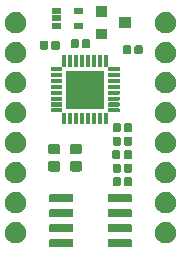
<source format=gbr>
%TF.GenerationSoftware,KiCad,Pcbnew,(5.1.6)-1*%
%TF.CreationDate,2020-10-27T18:31:36-05:00*%
%TF.ProjectId,ice30lp384_dev_board,69636533-306c-4703-9338-345f6465765f,rev?*%
%TF.SameCoordinates,Original*%
%TF.FileFunction,Soldermask,Top*%
%TF.FilePolarity,Negative*%
%FSLAX46Y46*%
G04 Gerber Fmt 4.6, Leading zero omitted, Abs format (unit mm)*
G04 Created by KiCad (PCBNEW (5.1.6)-1) date 2020-10-27 18:31:36*
%MOMM*%
%LPD*%
G01*
G04 APERTURE LIST*
%ADD10C,0.100000*%
G04 APERTURE END LIST*
D10*
G36*
X122379015Y-67216323D02*
G01*
X122407106Y-67224844D01*
X122432998Y-67238684D01*
X122455692Y-67257308D01*
X122474316Y-67280002D01*
X122488156Y-67305894D01*
X122496677Y-67333985D01*
X122499800Y-67365691D01*
X122499800Y-67762309D01*
X122496677Y-67794015D01*
X122488156Y-67822106D01*
X122474316Y-67847998D01*
X122455692Y-67870692D01*
X122432998Y-67889316D01*
X122407106Y-67903156D01*
X122379015Y-67911677D01*
X122347309Y-67914800D01*
X120600691Y-67914800D01*
X120568985Y-67911677D01*
X120540894Y-67903156D01*
X120515002Y-67889316D01*
X120492308Y-67870692D01*
X120473684Y-67847998D01*
X120459844Y-67822106D01*
X120451323Y-67794015D01*
X120448200Y-67762309D01*
X120448200Y-67365691D01*
X120451323Y-67333985D01*
X120459844Y-67305894D01*
X120473684Y-67280002D01*
X120492308Y-67257308D01*
X120515002Y-67238684D01*
X120540894Y-67224844D01*
X120568985Y-67216323D01*
X120600691Y-67213200D01*
X122347309Y-67213200D01*
X122379015Y-67216323D01*
G37*
G36*
X117429015Y-67216323D02*
G01*
X117457106Y-67224844D01*
X117482998Y-67238684D01*
X117505692Y-67257308D01*
X117524316Y-67280002D01*
X117538156Y-67305894D01*
X117546677Y-67333985D01*
X117549800Y-67365691D01*
X117549800Y-67762309D01*
X117546677Y-67794015D01*
X117538156Y-67822106D01*
X117524316Y-67847998D01*
X117505692Y-67870692D01*
X117482998Y-67889316D01*
X117457106Y-67903156D01*
X117429015Y-67911677D01*
X117397309Y-67914800D01*
X115650691Y-67914800D01*
X115618985Y-67911677D01*
X115590894Y-67903156D01*
X115565002Y-67889316D01*
X115542308Y-67870692D01*
X115523684Y-67847998D01*
X115509844Y-67822106D01*
X115501323Y-67794015D01*
X115498200Y-67762309D01*
X115498200Y-67365691D01*
X115501323Y-67333985D01*
X115509844Y-67305894D01*
X115523684Y-67280002D01*
X115542308Y-67257308D01*
X115565002Y-67238684D01*
X115590894Y-67224844D01*
X115618985Y-67216323D01*
X115650691Y-67213200D01*
X117397309Y-67213200D01*
X117429015Y-67216323D01*
G37*
G36*
X125611754Y-65808817D02*
G01*
X125775689Y-65876721D01*
X125923227Y-65975303D01*
X126048697Y-66100773D01*
X126147279Y-66248311D01*
X126215183Y-66412246D01*
X126249800Y-66586279D01*
X126249800Y-66763721D01*
X126215183Y-66937754D01*
X126147279Y-67101689D01*
X126048697Y-67249227D01*
X125923227Y-67374697D01*
X125775689Y-67473279D01*
X125611754Y-67541183D01*
X125437721Y-67575800D01*
X125260279Y-67575800D01*
X125086246Y-67541183D01*
X124922311Y-67473279D01*
X124774773Y-67374697D01*
X124649303Y-67249227D01*
X124550721Y-67101689D01*
X124482817Y-66937754D01*
X124448200Y-66763721D01*
X124448200Y-66586279D01*
X124482817Y-66412246D01*
X124550721Y-66248311D01*
X124649303Y-66100773D01*
X124774773Y-65975303D01*
X124922311Y-65876721D01*
X125086246Y-65808817D01*
X125260279Y-65774200D01*
X125437721Y-65774200D01*
X125611754Y-65808817D01*
G37*
G36*
X112911754Y-65808817D02*
G01*
X113075689Y-65876721D01*
X113223227Y-65975303D01*
X113348697Y-66100773D01*
X113447279Y-66248311D01*
X113515183Y-66412246D01*
X113549800Y-66586279D01*
X113549800Y-66763721D01*
X113515183Y-66937754D01*
X113447279Y-67101689D01*
X113348697Y-67249227D01*
X113223227Y-67374697D01*
X113075689Y-67473279D01*
X112911754Y-67541183D01*
X112737721Y-67575800D01*
X112560279Y-67575800D01*
X112386246Y-67541183D01*
X112222311Y-67473279D01*
X112074773Y-67374697D01*
X111949303Y-67249227D01*
X111850721Y-67101689D01*
X111782817Y-66937754D01*
X111748200Y-66763721D01*
X111748200Y-66586279D01*
X111782817Y-66412246D01*
X111850721Y-66248311D01*
X111949303Y-66100773D01*
X112074773Y-65975303D01*
X112222311Y-65876721D01*
X112386246Y-65808817D01*
X112560279Y-65774200D01*
X112737721Y-65774200D01*
X112911754Y-65808817D01*
G37*
G36*
X122379015Y-65946323D02*
G01*
X122407106Y-65954844D01*
X122432998Y-65968684D01*
X122455692Y-65987308D01*
X122474316Y-66010002D01*
X122488156Y-66035894D01*
X122496677Y-66063985D01*
X122499800Y-66095691D01*
X122499800Y-66492309D01*
X122496677Y-66524015D01*
X122488156Y-66552106D01*
X122474316Y-66577998D01*
X122455692Y-66600692D01*
X122432998Y-66619316D01*
X122407106Y-66633156D01*
X122379015Y-66641677D01*
X122347309Y-66644800D01*
X120600691Y-66644800D01*
X120568985Y-66641677D01*
X120540894Y-66633156D01*
X120515002Y-66619316D01*
X120492308Y-66600692D01*
X120473684Y-66577998D01*
X120459844Y-66552106D01*
X120451323Y-66524015D01*
X120448200Y-66492309D01*
X120448200Y-66095691D01*
X120451323Y-66063985D01*
X120459844Y-66035894D01*
X120473684Y-66010002D01*
X120492308Y-65987308D01*
X120515002Y-65968684D01*
X120540894Y-65954844D01*
X120568985Y-65946323D01*
X120600691Y-65943200D01*
X122347309Y-65943200D01*
X122379015Y-65946323D01*
G37*
G36*
X117429015Y-65946323D02*
G01*
X117457106Y-65954844D01*
X117482998Y-65968684D01*
X117505692Y-65987308D01*
X117524316Y-66010002D01*
X117538156Y-66035894D01*
X117546677Y-66063985D01*
X117549800Y-66095691D01*
X117549800Y-66492309D01*
X117546677Y-66524015D01*
X117538156Y-66552106D01*
X117524316Y-66577998D01*
X117505692Y-66600692D01*
X117482998Y-66619316D01*
X117457106Y-66633156D01*
X117429015Y-66641677D01*
X117397309Y-66644800D01*
X115650691Y-66644800D01*
X115618985Y-66641677D01*
X115590894Y-66633156D01*
X115565002Y-66619316D01*
X115542308Y-66600692D01*
X115523684Y-66577998D01*
X115509844Y-66552106D01*
X115501323Y-66524015D01*
X115498200Y-66492309D01*
X115498200Y-66095691D01*
X115501323Y-66063985D01*
X115509844Y-66035894D01*
X115523684Y-66010002D01*
X115542308Y-65987308D01*
X115565002Y-65968684D01*
X115590894Y-65954844D01*
X115618985Y-65946323D01*
X115650691Y-65943200D01*
X117397309Y-65943200D01*
X117429015Y-65946323D01*
G37*
G36*
X122379015Y-64676323D02*
G01*
X122407106Y-64684844D01*
X122432998Y-64698684D01*
X122455692Y-64717308D01*
X122474316Y-64740002D01*
X122488156Y-64765894D01*
X122496677Y-64793985D01*
X122499800Y-64825691D01*
X122499800Y-65222309D01*
X122496677Y-65254015D01*
X122488156Y-65282106D01*
X122474316Y-65307998D01*
X122455692Y-65330692D01*
X122432998Y-65349316D01*
X122407106Y-65363156D01*
X122379015Y-65371677D01*
X122347309Y-65374800D01*
X120600691Y-65374800D01*
X120568985Y-65371677D01*
X120540894Y-65363156D01*
X120515002Y-65349316D01*
X120492308Y-65330692D01*
X120473684Y-65307998D01*
X120459844Y-65282106D01*
X120451323Y-65254015D01*
X120448200Y-65222309D01*
X120448200Y-64825691D01*
X120451323Y-64793985D01*
X120459844Y-64765894D01*
X120473684Y-64740002D01*
X120492308Y-64717308D01*
X120515002Y-64698684D01*
X120540894Y-64684844D01*
X120568985Y-64676323D01*
X120600691Y-64673200D01*
X122347309Y-64673200D01*
X122379015Y-64676323D01*
G37*
G36*
X117429015Y-64676323D02*
G01*
X117457106Y-64684844D01*
X117482998Y-64698684D01*
X117505692Y-64717308D01*
X117524316Y-64740002D01*
X117538156Y-64765894D01*
X117546677Y-64793985D01*
X117549800Y-64825691D01*
X117549800Y-65222309D01*
X117546677Y-65254015D01*
X117538156Y-65282106D01*
X117524316Y-65307998D01*
X117505692Y-65330692D01*
X117482998Y-65349316D01*
X117457106Y-65363156D01*
X117429015Y-65371677D01*
X117397309Y-65374800D01*
X115650691Y-65374800D01*
X115618985Y-65371677D01*
X115590894Y-65363156D01*
X115565002Y-65349316D01*
X115542308Y-65330692D01*
X115523684Y-65307998D01*
X115509844Y-65282106D01*
X115501323Y-65254015D01*
X115498200Y-65222309D01*
X115498200Y-64825691D01*
X115501323Y-64793985D01*
X115509844Y-64765894D01*
X115523684Y-64740002D01*
X115542308Y-64717308D01*
X115565002Y-64698684D01*
X115590894Y-64684844D01*
X115618985Y-64676323D01*
X115650691Y-64673200D01*
X117397309Y-64673200D01*
X117429015Y-64676323D01*
G37*
G36*
X125611754Y-63268817D02*
G01*
X125775689Y-63336721D01*
X125923227Y-63435303D01*
X126048697Y-63560773D01*
X126147279Y-63708311D01*
X126215183Y-63872246D01*
X126249800Y-64046279D01*
X126249800Y-64223721D01*
X126215183Y-64397754D01*
X126147279Y-64561689D01*
X126048697Y-64709227D01*
X125923227Y-64834697D01*
X125775689Y-64933279D01*
X125611754Y-65001183D01*
X125437721Y-65035800D01*
X125260279Y-65035800D01*
X125086246Y-65001183D01*
X124922311Y-64933279D01*
X124774773Y-64834697D01*
X124649303Y-64709227D01*
X124550721Y-64561689D01*
X124482817Y-64397754D01*
X124448200Y-64223721D01*
X124448200Y-64046279D01*
X124482817Y-63872246D01*
X124550721Y-63708311D01*
X124649303Y-63560773D01*
X124774773Y-63435303D01*
X124922311Y-63336721D01*
X125086246Y-63268817D01*
X125260279Y-63234200D01*
X125437721Y-63234200D01*
X125611754Y-63268817D01*
G37*
G36*
X112911754Y-63268817D02*
G01*
X113075689Y-63336721D01*
X113223227Y-63435303D01*
X113348697Y-63560773D01*
X113447279Y-63708311D01*
X113515183Y-63872246D01*
X113549800Y-64046279D01*
X113549800Y-64223721D01*
X113515183Y-64397754D01*
X113447279Y-64561689D01*
X113348697Y-64709227D01*
X113223227Y-64834697D01*
X113075689Y-64933279D01*
X112911754Y-65001183D01*
X112737721Y-65035800D01*
X112560279Y-65035800D01*
X112386246Y-65001183D01*
X112222311Y-64933279D01*
X112074773Y-64834697D01*
X111949303Y-64709227D01*
X111850721Y-64561689D01*
X111782817Y-64397754D01*
X111748200Y-64223721D01*
X111748200Y-64046279D01*
X111782817Y-63872246D01*
X111850721Y-63708311D01*
X111949303Y-63560773D01*
X112074773Y-63435303D01*
X112222311Y-63336721D01*
X112386246Y-63268817D01*
X112560279Y-63234200D01*
X112737721Y-63234200D01*
X112911754Y-63268817D01*
G37*
G36*
X122379015Y-63406323D02*
G01*
X122407106Y-63414844D01*
X122432998Y-63428684D01*
X122455692Y-63447308D01*
X122474316Y-63470002D01*
X122488156Y-63495894D01*
X122496677Y-63523985D01*
X122499800Y-63555691D01*
X122499800Y-63952309D01*
X122496677Y-63984015D01*
X122488156Y-64012106D01*
X122474316Y-64037998D01*
X122455692Y-64060692D01*
X122432998Y-64079316D01*
X122407106Y-64093156D01*
X122379015Y-64101677D01*
X122347309Y-64104800D01*
X120600691Y-64104800D01*
X120568985Y-64101677D01*
X120540894Y-64093156D01*
X120515002Y-64079316D01*
X120492308Y-64060692D01*
X120473684Y-64037998D01*
X120459844Y-64012106D01*
X120451323Y-63984015D01*
X120448200Y-63952309D01*
X120448200Y-63555691D01*
X120451323Y-63523985D01*
X120459844Y-63495894D01*
X120473684Y-63470002D01*
X120492308Y-63447308D01*
X120515002Y-63428684D01*
X120540894Y-63414844D01*
X120568985Y-63406323D01*
X120600691Y-63403200D01*
X122347309Y-63403200D01*
X122379015Y-63406323D01*
G37*
G36*
X117429015Y-63406323D02*
G01*
X117457106Y-63414844D01*
X117482998Y-63428684D01*
X117505692Y-63447308D01*
X117524316Y-63470002D01*
X117538156Y-63495894D01*
X117546677Y-63523985D01*
X117549800Y-63555691D01*
X117549800Y-63952309D01*
X117546677Y-63984015D01*
X117538156Y-64012106D01*
X117524316Y-64037998D01*
X117505692Y-64060692D01*
X117482998Y-64079316D01*
X117457106Y-64093156D01*
X117429015Y-64101677D01*
X117397309Y-64104800D01*
X115650691Y-64104800D01*
X115618985Y-64101677D01*
X115590894Y-64093156D01*
X115565002Y-64079316D01*
X115542308Y-64060692D01*
X115523684Y-64037998D01*
X115509844Y-64012106D01*
X115501323Y-63984015D01*
X115498200Y-63952309D01*
X115498200Y-63555691D01*
X115501323Y-63523985D01*
X115509844Y-63495894D01*
X115523684Y-63470002D01*
X115542308Y-63447308D01*
X115565002Y-63428684D01*
X115590894Y-63414844D01*
X115618985Y-63406323D01*
X115650691Y-63403200D01*
X117397309Y-63403200D01*
X117429015Y-63406323D01*
G37*
G36*
X122401027Y-61989275D02*
G01*
X122428650Y-61997654D01*
X122454113Y-62011264D01*
X122476425Y-62029575D01*
X122494736Y-62051887D01*
X122508346Y-62077350D01*
X122516725Y-62104973D01*
X122519800Y-62136191D01*
X122519800Y-62577809D01*
X122516725Y-62609027D01*
X122508346Y-62636650D01*
X122494736Y-62662113D01*
X122476425Y-62684425D01*
X122454113Y-62702736D01*
X122428650Y-62716346D01*
X122401027Y-62724725D01*
X122369809Y-62727800D01*
X121978191Y-62727800D01*
X121946973Y-62724725D01*
X121919350Y-62716346D01*
X121893887Y-62702736D01*
X121871575Y-62684425D01*
X121853264Y-62662113D01*
X121839654Y-62636650D01*
X121831275Y-62609027D01*
X121828200Y-62577809D01*
X121828200Y-62136191D01*
X121831275Y-62104973D01*
X121839654Y-62077350D01*
X121853264Y-62051887D01*
X121871575Y-62029575D01*
X121893887Y-62011264D01*
X121919350Y-61997654D01*
X121946973Y-61989275D01*
X121978191Y-61986200D01*
X122369809Y-61986200D01*
X122401027Y-61989275D01*
G37*
G36*
X121431027Y-61989275D02*
G01*
X121458650Y-61997654D01*
X121484113Y-62011264D01*
X121506425Y-62029575D01*
X121524736Y-62051887D01*
X121538346Y-62077350D01*
X121546725Y-62104973D01*
X121549800Y-62136191D01*
X121549800Y-62577809D01*
X121546725Y-62609027D01*
X121538346Y-62636650D01*
X121524736Y-62662113D01*
X121506425Y-62684425D01*
X121484113Y-62702736D01*
X121458650Y-62716346D01*
X121431027Y-62724725D01*
X121399809Y-62727800D01*
X121008191Y-62727800D01*
X120976973Y-62724725D01*
X120949350Y-62716346D01*
X120923887Y-62702736D01*
X120901575Y-62684425D01*
X120883264Y-62662113D01*
X120869654Y-62636650D01*
X120861275Y-62609027D01*
X120858200Y-62577809D01*
X120858200Y-62136191D01*
X120861275Y-62104973D01*
X120869654Y-62077350D01*
X120883264Y-62051887D01*
X120901575Y-62029575D01*
X120923887Y-62011264D01*
X120949350Y-61997654D01*
X120976973Y-61989275D01*
X121008191Y-61986200D01*
X121399809Y-61986200D01*
X121431027Y-61989275D01*
G37*
G36*
X125611754Y-60728817D02*
G01*
X125775689Y-60796721D01*
X125923227Y-60895303D01*
X126048697Y-61020773D01*
X126147279Y-61168311D01*
X126215183Y-61332246D01*
X126249800Y-61506279D01*
X126249800Y-61683721D01*
X126215183Y-61857754D01*
X126147279Y-62021689D01*
X126048697Y-62169227D01*
X125923227Y-62294697D01*
X125775689Y-62393279D01*
X125611754Y-62461183D01*
X125437721Y-62495800D01*
X125260279Y-62495800D01*
X125086246Y-62461183D01*
X124922311Y-62393279D01*
X124774773Y-62294697D01*
X124649303Y-62169227D01*
X124550721Y-62021689D01*
X124482817Y-61857754D01*
X124448200Y-61683721D01*
X124448200Y-61506279D01*
X124482817Y-61332246D01*
X124550721Y-61168311D01*
X124649303Y-61020773D01*
X124774773Y-60895303D01*
X124922311Y-60796721D01*
X125086246Y-60728817D01*
X125260279Y-60694200D01*
X125437721Y-60694200D01*
X125611754Y-60728817D01*
G37*
G36*
X112911754Y-60728817D02*
G01*
X113075689Y-60796721D01*
X113223227Y-60895303D01*
X113348697Y-61020773D01*
X113447279Y-61168311D01*
X113515183Y-61332246D01*
X113549800Y-61506279D01*
X113549800Y-61683721D01*
X113515183Y-61857754D01*
X113447279Y-62021689D01*
X113348697Y-62169227D01*
X113223227Y-62294697D01*
X113075689Y-62393279D01*
X112911754Y-62461183D01*
X112737721Y-62495800D01*
X112560279Y-62495800D01*
X112386246Y-62461183D01*
X112222311Y-62393279D01*
X112074773Y-62294697D01*
X111949303Y-62169227D01*
X111850721Y-62021689D01*
X111782817Y-61857754D01*
X111748200Y-61683721D01*
X111748200Y-61506279D01*
X111782817Y-61332246D01*
X111850721Y-61168311D01*
X111949303Y-61020773D01*
X112074773Y-60895303D01*
X112222311Y-60796721D01*
X112386246Y-60728817D01*
X112560279Y-60694200D01*
X112737721Y-60694200D01*
X112911754Y-60728817D01*
G37*
G36*
X122401027Y-60846275D02*
G01*
X122428650Y-60854654D01*
X122454113Y-60868264D01*
X122476425Y-60886575D01*
X122494736Y-60908887D01*
X122508346Y-60934350D01*
X122516725Y-60961973D01*
X122519800Y-60993191D01*
X122519800Y-61434809D01*
X122516725Y-61466027D01*
X122508346Y-61493650D01*
X122494736Y-61519113D01*
X122476425Y-61541425D01*
X122454113Y-61559736D01*
X122428650Y-61573346D01*
X122401027Y-61581725D01*
X122369809Y-61584800D01*
X121978191Y-61584800D01*
X121946973Y-61581725D01*
X121919350Y-61573346D01*
X121893887Y-61559736D01*
X121871575Y-61541425D01*
X121853264Y-61519113D01*
X121839654Y-61493650D01*
X121831275Y-61466027D01*
X121828200Y-61434809D01*
X121828200Y-60993191D01*
X121831275Y-60961973D01*
X121839654Y-60934350D01*
X121853264Y-60908887D01*
X121871575Y-60886575D01*
X121893887Y-60868264D01*
X121919350Y-60854654D01*
X121946973Y-60846275D01*
X121978191Y-60843200D01*
X122369809Y-60843200D01*
X122401027Y-60846275D01*
G37*
G36*
X121431027Y-60846275D02*
G01*
X121458650Y-60854654D01*
X121484113Y-60868264D01*
X121506425Y-60886575D01*
X121524736Y-60908887D01*
X121538346Y-60934350D01*
X121546725Y-60961973D01*
X121549800Y-60993191D01*
X121549800Y-61434809D01*
X121546725Y-61466027D01*
X121538346Y-61493650D01*
X121524736Y-61519113D01*
X121506425Y-61541425D01*
X121484113Y-61559736D01*
X121458650Y-61573346D01*
X121431027Y-61581725D01*
X121399809Y-61584800D01*
X121008191Y-61584800D01*
X120976973Y-61581725D01*
X120949350Y-61573346D01*
X120923887Y-61559736D01*
X120901575Y-61541425D01*
X120883264Y-61519113D01*
X120869654Y-61493650D01*
X120861275Y-61466027D01*
X120858200Y-61434809D01*
X120858200Y-60993191D01*
X120861275Y-60961973D01*
X120869654Y-60934350D01*
X120883264Y-60908887D01*
X120901575Y-60886575D01*
X120923887Y-60868264D01*
X120949350Y-60854654D01*
X120976973Y-60846275D01*
X121008191Y-60843200D01*
X121399809Y-60843200D01*
X121431027Y-60846275D01*
G37*
G36*
X116254766Y-60603283D02*
G01*
X116292242Y-60614651D01*
X116326778Y-60633111D01*
X116357048Y-60657952D01*
X116381889Y-60688222D01*
X116400349Y-60722758D01*
X116411717Y-60760234D01*
X116415800Y-60801691D01*
X116415800Y-61298309D01*
X116411717Y-61339766D01*
X116400349Y-61377242D01*
X116381889Y-61411778D01*
X116357048Y-61442048D01*
X116326778Y-61466889D01*
X116292242Y-61485349D01*
X116254766Y-61496717D01*
X116213309Y-61500800D01*
X115616691Y-61500800D01*
X115575234Y-61496717D01*
X115537758Y-61485349D01*
X115503222Y-61466889D01*
X115472952Y-61442048D01*
X115448111Y-61411778D01*
X115429651Y-61377242D01*
X115418283Y-61339766D01*
X115414200Y-61298309D01*
X115414200Y-60801691D01*
X115418283Y-60760234D01*
X115429651Y-60722758D01*
X115448111Y-60688222D01*
X115472952Y-60657952D01*
X115503222Y-60633111D01*
X115537758Y-60614651D01*
X115575234Y-60603283D01*
X115616691Y-60599200D01*
X116213309Y-60599200D01*
X116254766Y-60603283D01*
G37*
G36*
X118104766Y-60603283D02*
G01*
X118142242Y-60614651D01*
X118176778Y-60633111D01*
X118207048Y-60657952D01*
X118231889Y-60688222D01*
X118250349Y-60722758D01*
X118261717Y-60760234D01*
X118265800Y-60801691D01*
X118265800Y-61298309D01*
X118261717Y-61339766D01*
X118250349Y-61377242D01*
X118231889Y-61411778D01*
X118207048Y-61442048D01*
X118176778Y-61466889D01*
X118142242Y-61485349D01*
X118104766Y-61496717D01*
X118063309Y-61500800D01*
X117466691Y-61500800D01*
X117425234Y-61496717D01*
X117387758Y-61485349D01*
X117353222Y-61466889D01*
X117322952Y-61442048D01*
X117298111Y-61411778D01*
X117279651Y-61377242D01*
X117268283Y-61339766D01*
X117264200Y-61298309D01*
X117264200Y-60801691D01*
X117268283Y-60760234D01*
X117279651Y-60722758D01*
X117298111Y-60688222D01*
X117322952Y-60657952D01*
X117353222Y-60633111D01*
X117387758Y-60614651D01*
X117425234Y-60603283D01*
X117466691Y-60599200D01*
X118063309Y-60599200D01*
X118104766Y-60603283D01*
G37*
G36*
X122378027Y-59703275D02*
G01*
X122405650Y-59711654D01*
X122431113Y-59725264D01*
X122453425Y-59743575D01*
X122471736Y-59765887D01*
X122485346Y-59791350D01*
X122493725Y-59818973D01*
X122496800Y-59850191D01*
X122496800Y-60291809D01*
X122493725Y-60323027D01*
X122485346Y-60350650D01*
X122471736Y-60376113D01*
X122453425Y-60398425D01*
X122431113Y-60416736D01*
X122405650Y-60430346D01*
X122378027Y-60438725D01*
X122346809Y-60441800D01*
X121955191Y-60441800D01*
X121923973Y-60438725D01*
X121896350Y-60430346D01*
X121870887Y-60416736D01*
X121848575Y-60398425D01*
X121830264Y-60376113D01*
X121816654Y-60350650D01*
X121808275Y-60323027D01*
X121805200Y-60291809D01*
X121805200Y-59850191D01*
X121808275Y-59818973D01*
X121816654Y-59791350D01*
X121830264Y-59765887D01*
X121848575Y-59743575D01*
X121870887Y-59725264D01*
X121896350Y-59711654D01*
X121923973Y-59703275D01*
X121955191Y-59700200D01*
X122346809Y-59700200D01*
X122378027Y-59703275D01*
G37*
G36*
X121408027Y-59703275D02*
G01*
X121435650Y-59711654D01*
X121461113Y-59725264D01*
X121483425Y-59743575D01*
X121501736Y-59765887D01*
X121515346Y-59791350D01*
X121523725Y-59818973D01*
X121526800Y-59850191D01*
X121526800Y-60291809D01*
X121523725Y-60323027D01*
X121515346Y-60350650D01*
X121501736Y-60376113D01*
X121483425Y-60398425D01*
X121461113Y-60416736D01*
X121435650Y-60430346D01*
X121408027Y-60438725D01*
X121376809Y-60441800D01*
X120985191Y-60441800D01*
X120953973Y-60438725D01*
X120926350Y-60430346D01*
X120900887Y-60416736D01*
X120878575Y-60398425D01*
X120860264Y-60376113D01*
X120846654Y-60350650D01*
X120838275Y-60323027D01*
X120835200Y-60291809D01*
X120835200Y-59850191D01*
X120838275Y-59818973D01*
X120846654Y-59791350D01*
X120860264Y-59765887D01*
X120878575Y-59743575D01*
X120900887Y-59725264D01*
X120926350Y-59711654D01*
X120953973Y-59703275D01*
X120985191Y-59700200D01*
X121376809Y-59700200D01*
X121408027Y-59703275D01*
G37*
G36*
X118104766Y-59153283D02*
G01*
X118142242Y-59164651D01*
X118176778Y-59183111D01*
X118207048Y-59207952D01*
X118231889Y-59238222D01*
X118250349Y-59272758D01*
X118261717Y-59310234D01*
X118265800Y-59351691D01*
X118265800Y-59848309D01*
X118261717Y-59889766D01*
X118250349Y-59927242D01*
X118231889Y-59961778D01*
X118207048Y-59992048D01*
X118176778Y-60016889D01*
X118142242Y-60035349D01*
X118104766Y-60046717D01*
X118063309Y-60050800D01*
X117466691Y-60050800D01*
X117425234Y-60046717D01*
X117387758Y-60035349D01*
X117353222Y-60016889D01*
X117322952Y-59992048D01*
X117298111Y-59961778D01*
X117279651Y-59927242D01*
X117268283Y-59889766D01*
X117264200Y-59848309D01*
X117264200Y-59351691D01*
X117268283Y-59310234D01*
X117279651Y-59272758D01*
X117298111Y-59238222D01*
X117322952Y-59207952D01*
X117353222Y-59183111D01*
X117387758Y-59164651D01*
X117425234Y-59153283D01*
X117466691Y-59149200D01*
X118063309Y-59149200D01*
X118104766Y-59153283D01*
G37*
G36*
X116254766Y-59153283D02*
G01*
X116292242Y-59164651D01*
X116326778Y-59183111D01*
X116357048Y-59207952D01*
X116381889Y-59238222D01*
X116400349Y-59272758D01*
X116411717Y-59310234D01*
X116415800Y-59351691D01*
X116415800Y-59848309D01*
X116411717Y-59889766D01*
X116400349Y-59927242D01*
X116381889Y-59961778D01*
X116357048Y-59992048D01*
X116326778Y-60016889D01*
X116292242Y-60035349D01*
X116254766Y-60046717D01*
X116213309Y-60050800D01*
X115616691Y-60050800D01*
X115575234Y-60046717D01*
X115537758Y-60035349D01*
X115503222Y-60016889D01*
X115472952Y-59992048D01*
X115448111Y-59961778D01*
X115429651Y-59927242D01*
X115418283Y-59889766D01*
X115414200Y-59848309D01*
X115414200Y-59351691D01*
X115418283Y-59310234D01*
X115429651Y-59272758D01*
X115448111Y-59238222D01*
X115472952Y-59207952D01*
X115503222Y-59183111D01*
X115537758Y-59164651D01*
X115575234Y-59153283D01*
X115616691Y-59149200D01*
X116213309Y-59149200D01*
X116254766Y-59153283D01*
G37*
G36*
X125611754Y-58188817D02*
G01*
X125775689Y-58256721D01*
X125923227Y-58355303D01*
X126048697Y-58480773D01*
X126147279Y-58628311D01*
X126215183Y-58792246D01*
X126249800Y-58966279D01*
X126249800Y-59143721D01*
X126215183Y-59317754D01*
X126147279Y-59481689D01*
X126048697Y-59629227D01*
X125923227Y-59754697D01*
X125775689Y-59853279D01*
X125611754Y-59921183D01*
X125437721Y-59955800D01*
X125260279Y-59955800D01*
X125086246Y-59921183D01*
X124922311Y-59853279D01*
X124774773Y-59754697D01*
X124649303Y-59629227D01*
X124550721Y-59481689D01*
X124482817Y-59317754D01*
X124448200Y-59143721D01*
X124448200Y-58966279D01*
X124482817Y-58792246D01*
X124550721Y-58628311D01*
X124649303Y-58480773D01*
X124774773Y-58355303D01*
X124922311Y-58256721D01*
X125086246Y-58188817D01*
X125260279Y-58154200D01*
X125437721Y-58154200D01*
X125611754Y-58188817D01*
G37*
G36*
X112911754Y-58188817D02*
G01*
X113075689Y-58256721D01*
X113223227Y-58355303D01*
X113348697Y-58480773D01*
X113447279Y-58628311D01*
X113515183Y-58792246D01*
X113549800Y-58966279D01*
X113549800Y-59143721D01*
X113515183Y-59317754D01*
X113447279Y-59481689D01*
X113348697Y-59629227D01*
X113223227Y-59754697D01*
X113075689Y-59853279D01*
X112911754Y-59921183D01*
X112737721Y-59955800D01*
X112560279Y-59955800D01*
X112386246Y-59921183D01*
X112222311Y-59853279D01*
X112074773Y-59754697D01*
X111949303Y-59629227D01*
X111850721Y-59481689D01*
X111782817Y-59317754D01*
X111748200Y-59143721D01*
X111748200Y-58966279D01*
X111782817Y-58792246D01*
X111850721Y-58628311D01*
X111949303Y-58480773D01*
X112074773Y-58355303D01*
X112222311Y-58256721D01*
X112386246Y-58188817D01*
X112560279Y-58154200D01*
X112737721Y-58154200D01*
X112911754Y-58188817D01*
G37*
G36*
X121431027Y-58560275D02*
G01*
X121458650Y-58568654D01*
X121484113Y-58582264D01*
X121506425Y-58600575D01*
X121524736Y-58622887D01*
X121538346Y-58648350D01*
X121546725Y-58675973D01*
X121549800Y-58707191D01*
X121549800Y-59148809D01*
X121546725Y-59180027D01*
X121538346Y-59207650D01*
X121524736Y-59233113D01*
X121506425Y-59255425D01*
X121484113Y-59273736D01*
X121458650Y-59287346D01*
X121431027Y-59295725D01*
X121399809Y-59298800D01*
X121008191Y-59298800D01*
X120976973Y-59295725D01*
X120949350Y-59287346D01*
X120923887Y-59273736D01*
X120901575Y-59255425D01*
X120883264Y-59233113D01*
X120869654Y-59207650D01*
X120861275Y-59180027D01*
X120858200Y-59148809D01*
X120858200Y-58707191D01*
X120861275Y-58675973D01*
X120869654Y-58648350D01*
X120883264Y-58622887D01*
X120901575Y-58600575D01*
X120923887Y-58582264D01*
X120949350Y-58568654D01*
X120976973Y-58560275D01*
X121008191Y-58557200D01*
X121399809Y-58557200D01*
X121431027Y-58560275D01*
G37*
G36*
X122401027Y-58560275D02*
G01*
X122428650Y-58568654D01*
X122454113Y-58582264D01*
X122476425Y-58600575D01*
X122494736Y-58622887D01*
X122508346Y-58648350D01*
X122516725Y-58675973D01*
X122519800Y-58707191D01*
X122519800Y-59148809D01*
X122516725Y-59180027D01*
X122508346Y-59207650D01*
X122494736Y-59233113D01*
X122476425Y-59255425D01*
X122454113Y-59273736D01*
X122428650Y-59287346D01*
X122401027Y-59295725D01*
X122369809Y-59298800D01*
X121978191Y-59298800D01*
X121946973Y-59295725D01*
X121919350Y-59287346D01*
X121893887Y-59273736D01*
X121871575Y-59255425D01*
X121853264Y-59233113D01*
X121839654Y-59207650D01*
X121831275Y-59180027D01*
X121828200Y-59148809D01*
X121828200Y-58707191D01*
X121831275Y-58675973D01*
X121839654Y-58648350D01*
X121853264Y-58622887D01*
X121871575Y-58600575D01*
X121893887Y-58582264D01*
X121919350Y-58568654D01*
X121946973Y-58560275D01*
X121978191Y-58557200D01*
X122369809Y-58557200D01*
X122401027Y-58560275D01*
G37*
G36*
X121431027Y-57417275D02*
G01*
X121458650Y-57425654D01*
X121484113Y-57439264D01*
X121506425Y-57457575D01*
X121524736Y-57479887D01*
X121538346Y-57505350D01*
X121546725Y-57532973D01*
X121549800Y-57564191D01*
X121549800Y-58005809D01*
X121546725Y-58037027D01*
X121538346Y-58064650D01*
X121524736Y-58090113D01*
X121506425Y-58112425D01*
X121484113Y-58130736D01*
X121458650Y-58144346D01*
X121431027Y-58152725D01*
X121399809Y-58155800D01*
X121008191Y-58155800D01*
X120976973Y-58152725D01*
X120949350Y-58144346D01*
X120923887Y-58130736D01*
X120901575Y-58112425D01*
X120883264Y-58090113D01*
X120869654Y-58064650D01*
X120861275Y-58037027D01*
X120858200Y-58005809D01*
X120858200Y-57564191D01*
X120861275Y-57532973D01*
X120869654Y-57505350D01*
X120883264Y-57479887D01*
X120901575Y-57457575D01*
X120923887Y-57439264D01*
X120949350Y-57425654D01*
X120976973Y-57417275D01*
X121008191Y-57414200D01*
X121399809Y-57414200D01*
X121431027Y-57417275D01*
G37*
G36*
X122401027Y-57417275D02*
G01*
X122428650Y-57425654D01*
X122454113Y-57439264D01*
X122476425Y-57457575D01*
X122494736Y-57479887D01*
X122508346Y-57505350D01*
X122516725Y-57532973D01*
X122519800Y-57564191D01*
X122519800Y-58005809D01*
X122516725Y-58037027D01*
X122508346Y-58064650D01*
X122494736Y-58090113D01*
X122476425Y-58112425D01*
X122454113Y-58130736D01*
X122428650Y-58144346D01*
X122401027Y-58152725D01*
X122369809Y-58155800D01*
X121978191Y-58155800D01*
X121946973Y-58152725D01*
X121919350Y-58144346D01*
X121893887Y-58130736D01*
X121871575Y-58112425D01*
X121853264Y-58090113D01*
X121839654Y-58064650D01*
X121831275Y-58037027D01*
X121828200Y-58005809D01*
X121828200Y-57564191D01*
X121831275Y-57532973D01*
X121839654Y-57505350D01*
X121853264Y-57479887D01*
X121871575Y-57457575D01*
X121893887Y-57439264D01*
X121919350Y-57425654D01*
X121946973Y-57417275D01*
X121978191Y-57414200D01*
X122369809Y-57414200D01*
X122401027Y-57417275D01*
G37*
G36*
X119909444Y-56520641D02*
G01*
X119921124Y-56524184D01*
X119931886Y-56529937D01*
X119941320Y-56537680D01*
X119949063Y-56547114D01*
X119954816Y-56557876D01*
X119958359Y-56569556D01*
X119959800Y-56584191D01*
X119959800Y-57430809D01*
X119958359Y-57445444D01*
X119954816Y-57457124D01*
X119949063Y-57467886D01*
X119941320Y-57477320D01*
X119931886Y-57485063D01*
X119921124Y-57490816D01*
X119909444Y-57494359D01*
X119894809Y-57495800D01*
X119673191Y-57495800D01*
X119658556Y-57494359D01*
X119646876Y-57490816D01*
X119636114Y-57485063D01*
X119626680Y-57477320D01*
X119618937Y-57467886D01*
X119613184Y-57457124D01*
X119609641Y-57445444D01*
X119608200Y-57430809D01*
X119608200Y-56584191D01*
X119609641Y-56569556D01*
X119613184Y-56557876D01*
X119618937Y-56547114D01*
X119626680Y-56537680D01*
X119636114Y-56529937D01*
X119646876Y-56524184D01*
X119658556Y-56520641D01*
X119673191Y-56519200D01*
X119894809Y-56519200D01*
X119909444Y-56520641D01*
G37*
G36*
X119409444Y-56520641D02*
G01*
X119421124Y-56524184D01*
X119431886Y-56529937D01*
X119441320Y-56537680D01*
X119449063Y-56547114D01*
X119454816Y-56557876D01*
X119458359Y-56569556D01*
X119459800Y-56584191D01*
X119459800Y-57430809D01*
X119458359Y-57445444D01*
X119454816Y-57457124D01*
X119449063Y-57467886D01*
X119441320Y-57477320D01*
X119431886Y-57485063D01*
X119421124Y-57490816D01*
X119409444Y-57494359D01*
X119394809Y-57495800D01*
X119173191Y-57495800D01*
X119158556Y-57494359D01*
X119146876Y-57490816D01*
X119136114Y-57485063D01*
X119126680Y-57477320D01*
X119118937Y-57467886D01*
X119113184Y-57457124D01*
X119109641Y-57445444D01*
X119108200Y-57430809D01*
X119108200Y-56584191D01*
X119109641Y-56569556D01*
X119113184Y-56557876D01*
X119118937Y-56547114D01*
X119126680Y-56537680D01*
X119136114Y-56529937D01*
X119146876Y-56524184D01*
X119158556Y-56520641D01*
X119173191Y-56519200D01*
X119394809Y-56519200D01*
X119409444Y-56520641D01*
G37*
G36*
X118909444Y-56520641D02*
G01*
X118921124Y-56524184D01*
X118931886Y-56529937D01*
X118941320Y-56537680D01*
X118949063Y-56547114D01*
X118954816Y-56557876D01*
X118958359Y-56569556D01*
X118959800Y-56584191D01*
X118959800Y-57430809D01*
X118958359Y-57445444D01*
X118954816Y-57457124D01*
X118949063Y-57467886D01*
X118941320Y-57477320D01*
X118931886Y-57485063D01*
X118921124Y-57490816D01*
X118909444Y-57494359D01*
X118894809Y-57495800D01*
X118673191Y-57495800D01*
X118658556Y-57494359D01*
X118646876Y-57490816D01*
X118636114Y-57485063D01*
X118626680Y-57477320D01*
X118618937Y-57467886D01*
X118613184Y-57457124D01*
X118609641Y-57445444D01*
X118608200Y-57430809D01*
X118608200Y-56584191D01*
X118609641Y-56569556D01*
X118613184Y-56557876D01*
X118618937Y-56547114D01*
X118626680Y-56537680D01*
X118636114Y-56529937D01*
X118646876Y-56524184D01*
X118658556Y-56520641D01*
X118673191Y-56519200D01*
X118894809Y-56519200D01*
X118909444Y-56520641D01*
G37*
G36*
X118409444Y-56520641D02*
G01*
X118421124Y-56524184D01*
X118431886Y-56529937D01*
X118441320Y-56537680D01*
X118449063Y-56547114D01*
X118454816Y-56557876D01*
X118458359Y-56569556D01*
X118459800Y-56584191D01*
X118459800Y-57430809D01*
X118458359Y-57445444D01*
X118454816Y-57457124D01*
X118449063Y-57467886D01*
X118441320Y-57477320D01*
X118431886Y-57485063D01*
X118421124Y-57490816D01*
X118409444Y-57494359D01*
X118394809Y-57495800D01*
X118173191Y-57495800D01*
X118158556Y-57494359D01*
X118146876Y-57490816D01*
X118136114Y-57485063D01*
X118126680Y-57477320D01*
X118118937Y-57467886D01*
X118113184Y-57457124D01*
X118109641Y-57445444D01*
X118108200Y-57430809D01*
X118108200Y-56584191D01*
X118109641Y-56569556D01*
X118113184Y-56557876D01*
X118118937Y-56547114D01*
X118126680Y-56537680D01*
X118136114Y-56529937D01*
X118146876Y-56524184D01*
X118158556Y-56520641D01*
X118173191Y-56519200D01*
X118394809Y-56519200D01*
X118409444Y-56520641D01*
G37*
G36*
X117909444Y-56520641D02*
G01*
X117921124Y-56524184D01*
X117931886Y-56529937D01*
X117941320Y-56537680D01*
X117949063Y-56547114D01*
X117954816Y-56557876D01*
X117958359Y-56569556D01*
X117959800Y-56584191D01*
X117959800Y-57430809D01*
X117958359Y-57445444D01*
X117954816Y-57457124D01*
X117949063Y-57467886D01*
X117941320Y-57477320D01*
X117931886Y-57485063D01*
X117921124Y-57490816D01*
X117909444Y-57494359D01*
X117894809Y-57495800D01*
X117673191Y-57495800D01*
X117658556Y-57494359D01*
X117646876Y-57490816D01*
X117636114Y-57485063D01*
X117626680Y-57477320D01*
X117618937Y-57467886D01*
X117613184Y-57457124D01*
X117609641Y-57445444D01*
X117608200Y-57430809D01*
X117608200Y-56584191D01*
X117609641Y-56569556D01*
X117613184Y-56557876D01*
X117618937Y-56547114D01*
X117626680Y-56537680D01*
X117636114Y-56529937D01*
X117646876Y-56524184D01*
X117658556Y-56520641D01*
X117673191Y-56519200D01*
X117894809Y-56519200D01*
X117909444Y-56520641D01*
G37*
G36*
X117409444Y-56520641D02*
G01*
X117421124Y-56524184D01*
X117431886Y-56529937D01*
X117441320Y-56537680D01*
X117449063Y-56547114D01*
X117454816Y-56557876D01*
X117458359Y-56569556D01*
X117459800Y-56584191D01*
X117459800Y-57430809D01*
X117458359Y-57445444D01*
X117454816Y-57457124D01*
X117449063Y-57467886D01*
X117441320Y-57477320D01*
X117431886Y-57485063D01*
X117421124Y-57490816D01*
X117409444Y-57494359D01*
X117394809Y-57495800D01*
X117173191Y-57495800D01*
X117158556Y-57494359D01*
X117146876Y-57490816D01*
X117136114Y-57485063D01*
X117126680Y-57477320D01*
X117118937Y-57467886D01*
X117113184Y-57457124D01*
X117109641Y-57445444D01*
X117108200Y-57430809D01*
X117108200Y-56584191D01*
X117109641Y-56569556D01*
X117113184Y-56557876D01*
X117118937Y-56547114D01*
X117126680Y-56537680D01*
X117136114Y-56529937D01*
X117146876Y-56524184D01*
X117158556Y-56520641D01*
X117173191Y-56519200D01*
X117394809Y-56519200D01*
X117409444Y-56520641D01*
G37*
G36*
X116909444Y-56520641D02*
G01*
X116921124Y-56524184D01*
X116931886Y-56529937D01*
X116941320Y-56537680D01*
X116949063Y-56547114D01*
X116954816Y-56557876D01*
X116958359Y-56569556D01*
X116959800Y-56584191D01*
X116959800Y-57430809D01*
X116958359Y-57445444D01*
X116954816Y-57457124D01*
X116949063Y-57467886D01*
X116941320Y-57477320D01*
X116931886Y-57485063D01*
X116921124Y-57490816D01*
X116909444Y-57494359D01*
X116894809Y-57495800D01*
X116673191Y-57495800D01*
X116658556Y-57494359D01*
X116646876Y-57490816D01*
X116636114Y-57485063D01*
X116626680Y-57477320D01*
X116618937Y-57467886D01*
X116613184Y-57457124D01*
X116609641Y-57445444D01*
X116608200Y-57430809D01*
X116608200Y-56584191D01*
X116609641Y-56569556D01*
X116614381Y-56553932D01*
X116615060Y-56552291D01*
X116617001Y-56542523D01*
X116616999Y-56532565D01*
X116615864Y-56526864D01*
X116621585Y-56528001D01*
X116631543Y-56527999D01*
X116641310Y-56526055D01*
X116642953Y-56525374D01*
X116658556Y-56520641D01*
X116673191Y-56519200D01*
X116894809Y-56519200D01*
X116909444Y-56520641D01*
G37*
G36*
X120409444Y-56520641D02*
G01*
X120425068Y-56525381D01*
X120426709Y-56526060D01*
X120436477Y-56528001D01*
X120446435Y-56527999D01*
X120452136Y-56526864D01*
X120450999Y-56532585D01*
X120451001Y-56542543D01*
X120452945Y-56552310D01*
X120453626Y-56553953D01*
X120458359Y-56569556D01*
X120459800Y-56584191D01*
X120459800Y-57430809D01*
X120458359Y-57445444D01*
X120454816Y-57457124D01*
X120449063Y-57467886D01*
X120441320Y-57477320D01*
X120431886Y-57485063D01*
X120421124Y-57490816D01*
X120409444Y-57494359D01*
X120394809Y-57495800D01*
X120173191Y-57495800D01*
X120158556Y-57494359D01*
X120146876Y-57490816D01*
X120136114Y-57485063D01*
X120126680Y-57477320D01*
X120118937Y-57467886D01*
X120113184Y-57457124D01*
X120109641Y-57445444D01*
X120108200Y-57430809D01*
X120108200Y-56584191D01*
X120109641Y-56569556D01*
X120113184Y-56557876D01*
X120118937Y-56547114D01*
X120126680Y-56537680D01*
X120136114Y-56529937D01*
X120146876Y-56524184D01*
X120158556Y-56520641D01*
X120173191Y-56519200D01*
X120394809Y-56519200D01*
X120409444Y-56520641D01*
G37*
G36*
X125611754Y-55648817D02*
G01*
X125775689Y-55716721D01*
X125923227Y-55815303D01*
X126048697Y-55940773D01*
X126147279Y-56088311D01*
X126215183Y-56252246D01*
X126249800Y-56426279D01*
X126249800Y-56603721D01*
X126215183Y-56777754D01*
X126147279Y-56941689D01*
X126048697Y-57089227D01*
X125923227Y-57214697D01*
X125775689Y-57313279D01*
X125611754Y-57381183D01*
X125437721Y-57415800D01*
X125260279Y-57415800D01*
X125086246Y-57381183D01*
X124922311Y-57313279D01*
X124774773Y-57214697D01*
X124649303Y-57089227D01*
X124550721Y-56941689D01*
X124482817Y-56777754D01*
X124448200Y-56603721D01*
X124448200Y-56426279D01*
X124482817Y-56252246D01*
X124550721Y-56088311D01*
X124649303Y-55940773D01*
X124774773Y-55815303D01*
X124922311Y-55716721D01*
X125086246Y-55648817D01*
X125260279Y-55614200D01*
X125437721Y-55614200D01*
X125611754Y-55648817D01*
G37*
G36*
X112911754Y-55648817D02*
G01*
X113075689Y-55716721D01*
X113223227Y-55815303D01*
X113348697Y-55940773D01*
X113447279Y-56088311D01*
X113515183Y-56252246D01*
X113549800Y-56426279D01*
X113549800Y-56603721D01*
X113515183Y-56777754D01*
X113447279Y-56941689D01*
X113348697Y-57089227D01*
X113223227Y-57214697D01*
X113075689Y-57313279D01*
X112911754Y-57381183D01*
X112737721Y-57415800D01*
X112560279Y-57415800D01*
X112386246Y-57381183D01*
X112222311Y-57313279D01*
X112074773Y-57214697D01*
X111949303Y-57089227D01*
X111850721Y-56941689D01*
X111782817Y-56777754D01*
X111748200Y-56603721D01*
X111748200Y-56426279D01*
X111782817Y-56252246D01*
X111850721Y-56088311D01*
X111949303Y-55940773D01*
X112074773Y-55815303D01*
X112222311Y-55716721D01*
X112386246Y-55648817D01*
X112560279Y-55614200D01*
X112737721Y-55614200D01*
X112911754Y-55648817D01*
G37*
G36*
X121409444Y-56145641D02*
G01*
X121421124Y-56149184D01*
X121431886Y-56154937D01*
X121441320Y-56162680D01*
X121449063Y-56172114D01*
X121454816Y-56182876D01*
X121458359Y-56194556D01*
X121459800Y-56209191D01*
X121459800Y-56430809D01*
X121458359Y-56445444D01*
X121454816Y-56457124D01*
X121449063Y-56467886D01*
X121441320Y-56477320D01*
X121431886Y-56485063D01*
X121421124Y-56490816D01*
X121409444Y-56494359D01*
X121394809Y-56495800D01*
X120548191Y-56495800D01*
X120533556Y-56494359D01*
X120517932Y-56489619D01*
X120516291Y-56488940D01*
X120506523Y-56486999D01*
X120496565Y-56487001D01*
X120490864Y-56488136D01*
X120492001Y-56482415D01*
X120491999Y-56472457D01*
X120490055Y-56462690D01*
X120489374Y-56461047D01*
X120484641Y-56445444D01*
X120483200Y-56430809D01*
X120483200Y-56209191D01*
X120484641Y-56194556D01*
X120488184Y-56182876D01*
X120493937Y-56172114D01*
X120501680Y-56162680D01*
X120511114Y-56154937D01*
X120521876Y-56149184D01*
X120533556Y-56145641D01*
X120548191Y-56144200D01*
X121394809Y-56144200D01*
X121409444Y-56145641D01*
G37*
G36*
X116534444Y-56145641D02*
G01*
X116546124Y-56149184D01*
X116556886Y-56154937D01*
X116566320Y-56162680D01*
X116574063Y-56172114D01*
X116579816Y-56182876D01*
X116583359Y-56194556D01*
X116584800Y-56209191D01*
X116584800Y-56430809D01*
X116583359Y-56445444D01*
X116578619Y-56461068D01*
X116577940Y-56462709D01*
X116575999Y-56472477D01*
X116576001Y-56482435D01*
X116577136Y-56488136D01*
X116571415Y-56486999D01*
X116561457Y-56487001D01*
X116551690Y-56488945D01*
X116550047Y-56489626D01*
X116534444Y-56494359D01*
X116519809Y-56495800D01*
X115673191Y-56495800D01*
X115658556Y-56494359D01*
X115646876Y-56490816D01*
X115636114Y-56485063D01*
X115626680Y-56477320D01*
X115618937Y-56467886D01*
X115613184Y-56457124D01*
X115609641Y-56445444D01*
X115608200Y-56430809D01*
X115608200Y-56209191D01*
X115609641Y-56194556D01*
X115613184Y-56182876D01*
X115618937Y-56172114D01*
X115626680Y-56162680D01*
X115636114Y-56154937D01*
X115646876Y-56149184D01*
X115658556Y-56145641D01*
X115673191Y-56144200D01*
X116519809Y-56144200D01*
X116534444Y-56145641D01*
G37*
G36*
X120134800Y-56170800D02*
G01*
X116933200Y-56170800D01*
X116933200Y-52969200D01*
X120134800Y-52969200D01*
X120134800Y-56170800D01*
G37*
G36*
X121409444Y-55645641D02*
G01*
X121421124Y-55649184D01*
X121431886Y-55654937D01*
X121441320Y-55662680D01*
X121449063Y-55672114D01*
X121454816Y-55682876D01*
X121458359Y-55694556D01*
X121459800Y-55709191D01*
X121459800Y-55930809D01*
X121458359Y-55945444D01*
X121454816Y-55957124D01*
X121449063Y-55967886D01*
X121441320Y-55977320D01*
X121431886Y-55985063D01*
X121421124Y-55990816D01*
X121409444Y-55994359D01*
X121394809Y-55995800D01*
X120548191Y-55995800D01*
X120533556Y-55994359D01*
X120521876Y-55990816D01*
X120511114Y-55985063D01*
X120501680Y-55977320D01*
X120493937Y-55967886D01*
X120488184Y-55957124D01*
X120484641Y-55945444D01*
X120483200Y-55930809D01*
X120483200Y-55709191D01*
X120484641Y-55694556D01*
X120488184Y-55682876D01*
X120493937Y-55672114D01*
X120501680Y-55662680D01*
X120511114Y-55654937D01*
X120521876Y-55649184D01*
X120533556Y-55645641D01*
X120548191Y-55644200D01*
X121394809Y-55644200D01*
X121409444Y-55645641D01*
G37*
G36*
X116534444Y-55645641D02*
G01*
X116546124Y-55649184D01*
X116556886Y-55654937D01*
X116566320Y-55662680D01*
X116574063Y-55672114D01*
X116579816Y-55682876D01*
X116583359Y-55694556D01*
X116584800Y-55709191D01*
X116584800Y-55930809D01*
X116583359Y-55945444D01*
X116579816Y-55957124D01*
X116574063Y-55967886D01*
X116566320Y-55977320D01*
X116556886Y-55985063D01*
X116546124Y-55990816D01*
X116534444Y-55994359D01*
X116519809Y-55995800D01*
X115673191Y-55995800D01*
X115658556Y-55994359D01*
X115646876Y-55990816D01*
X115636114Y-55985063D01*
X115626680Y-55977320D01*
X115618937Y-55967886D01*
X115613184Y-55957124D01*
X115609641Y-55945444D01*
X115608200Y-55930809D01*
X115608200Y-55709191D01*
X115609641Y-55694556D01*
X115613184Y-55682876D01*
X115618937Y-55672114D01*
X115626680Y-55662680D01*
X115636114Y-55654937D01*
X115646876Y-55649184D01*
X115658556Y-55645641D01*
X115673191Y-55644200D01*
X116519809Y-55644200D01*
X116534444Y-55645641D01*
G37*
G36*
X116534444Y-55145641D02*
G01*
X116546124Y-55149184D01*
X116556886Y-55154937D01*
X116566320Y-55162680D01*
X116574063Y-55172114D01*
X116579816Y-55182876D01*
X116583359Y-55194556D01*
X116584800Y-55209191D01*
X116584800Y-55430809D01*
X116583359Y-55445444D01*
X116579816Y-55457124D01*
X116574063Y-55467886D01*
X116566320Y-55477320D01*
X116556886Y-55485063D01*
X116546124Y-55490816D01*
X116534444Y-55494359D01*
X116519809Y-55495800D01*
X115673191Y-55495800D01*
X115658556Y-55494359D01*
X115646876Y-55490816D01*
X115636114Y-55485063D01*
X115626680Y-55477320D01*
X115618937Y-55467886D01*
X115613184Y-55457124D01*
X115609641Y-55445444D01*
X115608200Y-55430809D01*
X115608200Y-55209191D01*
X115609641Y-55194556D01*
X115613184Y-55182876D01*
X115618937Y-55172114D01*
X115626680Y-55162680D01*
X115636114Y-55154937D01*
X115646876Y-55149184D01*
X115658556Y-55145641D01*
X115673191Y-55144200D01*
X116519809Y-55144200D01*
X116534444Y-55145641D01*
G37*
G36*
X121409444Y-55145641D02*
G01*
X121421124Y-55149184D01*
X121431886Y-55154937D01*
X121441320Y-55162680D01*
X121449063Y-55172114D01*
X121454816Y-55182876D01*
X121458359Y-55194556D01*
X121459800Y-55209191D01*
X121459800Y-55430809D01*
X121458359Y-55445444D01*
X121454816Y-55457124D01*
X121449063Y-55467886D01*
X121441320Y-55477320D01*
X121431886Y-55485063D01*
X121421124Y-55490816D01*
X121409444Y-55494359D01*
X121394809Y-55495800D01*
X120548191Y-55495800D01*
X120533556Y-55494359D01*
X120521876Y-55490816D01*
X120511114Y-55485063D01*
X120501680Y-55477320D01*
X120493937Y-55467886D01*
X120488184Y-55457124D01*
X120484641Y-55445444D01*
X120483200Y-55430809D01*
X120483200Y-55209191D01*
X120484641Y-55194556D01*
X120488184Y-55182876D01*
X120493937Y-55172114D01*
X120501680Y-55162680D01*
X120511114Y-55154937D01*
X120521876Y-55149184D01*
X120533556Y-55145641D01*
X120548191Y-55144200D01*
X121394809Y-55144200D01*
X121409444Y-55145641D01*
G37*
G36*
X121409444Y-54645641D02*
G01*
X121421124Y-54649184D01*
X121431886Y-54654937D01*
X121441320Y-54662680D01*
X121449063Y-54672114D01*
X121454816Y-54682876D01*
X121458359Y-54694556D01*
X121459800Y-54709191D01*
X121459800Y-54930809D01*
X121458359Y-54945444D01*
X121454816Y-54957124D01*
X121449063Y-54967886D01*
X121441320Y-54977320D01*
X121431886Y-54985063D01*
X121421124Y-54990816D01*
X121409444Y-54994359D01*
X121394809Y-54995800D01*
X120548191Y-54995800D01*
X120533556Y-54994359D01*
X120521876Y-54990816D01*
X120511114Y-54985063D01*
X120501680Y-54977320D01*
X120493937Y-54967886D01*
X120488184Y-54957124D01*
X120484641Y-54945444D01*
X120483200Y-54930809D01*
X120483200Y-54709191D01*
X120484641Y-54694556D01*
X120488184Y-54682876D01*
X120493937Y-54672114D01*
X120501680Y-54662680D01*
X120511114Y-54654937D01*
X120521876Y-54649184D01*
X120533556Y-54645641D01*
X120548191Y-54644200D01*
X121394809Y-54644200D01*
X121409444Y-54645641D01*
G37*
G36*
X116534444Y-54645641D02*
G01*
X116546124Y-54649184D01*
X116556886Y-54654937D01*
X116566320Y-54662680D01*
X116574063Y-54672114D01*
X116579816Y-54682876D01*
X116583359Y-54694556D01*
X116584800Y-54709191D01*
X116584800Y-54930809D01*
X116583359Y-54945444D01*
X116579816Y-54957124D01*
X116574063Y-54967886D01*
X116566320Y-54977320D01*
X116556886Y-54985063D01*
X116546124Y-54990816D01*
X116534444Y-54994359D01*
X116519809Y-54995800D01*
X115673191Y-54995800D01*
X115658556Y-54994359D01*
X115646876Y-54990816D01*
X115636114Y-54985063D01*
X115626680Y-54977320D01*
X115618937Y-54967886D01*
X115613184Y-54957124D01*
X115609641Y-54945444D01*
X115608200Y-54930809D01*
X115608200Y-54709191D01*
X115609641Y-54694556D01*
X115613184Y-54682876D01*
X115618937Y-54672114D01*
X115626680Y-54662680D01*
X115636114Y-54654937D01*
X115646876Y-54649184D01*
X115658556Y-54645641D01*
X115673191Y-54644200D01*
X116519809Y-54644200D01*
X116534444Y-54645641D01*
G37*
G36*
X125611754Y-53108817D02*
G01*
X125775689Y-53176721D01*
X125923227Y-53275303D01*
X126048697Y-53400773D01*
X126147279Y-53548311D01*
X126215183Y-53712246D01*
X126249800Y-53886279D01*
X126249800Y-54063721D01*
X126215183Y-54237754D01*
X126147279Y-54401689D01*
X126048697Y-54549227D01*
X125923227Y-54674697D01*
X125775689Y-54773279D01*
X125611754Y-54841183D01*
X125437721Y-54875800D01*
X125260279Y-54875800D01*
X125086246Y-54841183D01*
X124922311Y-54773279D01*
X124774773Y-54674697D01*
X124649303Y-54549227D01*
X124550721Y-54401689D01*
X124482817Y-54237754D01*
X124448200Y-54063721D01*
X124448200Y-53886279D01*
X124482817Y-53712246D01*
X124550721Y-53548311D01*
X124649303Y-53400773D01*
X124774773Y-53275303D01*
X124922311Y-53176721D01*
X125086246Y-53108817D01*
X125260279Y-53074200D01*
X125437721Y-53074200D01*
X125611754Y-53108817D01*
G37*
G36*
X112911754Y-53108817D02*
G01*
X113075689Y-53176721D01*
X113223227Y-53275303D01*
X113348697Y-53400773D01*
X113447279Y-53548311D01*
X113515183Y-53712246D01*
X113549800Y-53886279D01*
X113549800Y-54063721D01*
X113515183Y-54237754D01*
X113447279Y-54401689D01*
X113348697Y-54549227D01*
X113223227Y-54674697D01*
X113075689Y-54773279D01*
X112911754Y-54841183D01*
X112737721Y-54875800D01*
X112560279Y-54875800D01*
X112386246Y-54841183D01*
X112222311Y-54773279D01*
X112074773Y-54674697D01*
X111949303Y-54549227D01*
X111850721Y-54401689D01*
X111782817Y-54237754D01*
X111748200Y-54063721D01*
X111748200Y-53886279D01*
X111782817Y-53712246D01*
X111850721Y-53548311D01*
X111949303Y-53400773D01*
X112074773Y-53275303D01*
X112222311Y-53176721D01*
X112386246Y-53108817D01*
X112560279Y-53074200D01*
X112737721Y-53074200D01*
X112911754Y-53108817D01*
G37*
G36*
X116534444Y-54145641D02*
G01*
X116546124Y-54149184D01*
X116556886Y-54154937D01*
X116566320Y-54162680D01*
X116574063Y-54172114D01*
X116579816Y-54182876D01*
X116583359Y-54194556D01*
X116584800Y-54209191D01*
X116584800Y-54430809D01*
X116583359Y-54445444D01*
X116579816Y-54457124D01*
X116574063Y-54467886D01*
X116566320Y-54477320D01*
X116556886Y-54485063D01*
X116546124Y-54490816D01*
X116534444Y-54494359D01*
X116519809Y-54495800D01*
X115673191Y-54495800D01*
X115658556Y-54494359D01*
X115646876Y-54490816D01*
X115636114Y-54485063D01*
X115626680Y-54477320D01*
X115618937Y-54467886D01*
X115613184Y-54457124D01*
X115609641Y-54445444D01*
X115608200Y-54430809D01*
X115608200Y-54209191D01*
X115609641Y-54194556D01*
X115613184Y-54182876D01*
X115618937Y-54172114D01*
X115626680Y-54162680D01*
X115636114Y-54154937D01*
X115646876Y-54149184D01*
X115658556Y-54145641D01*
X115673191Y-54144200D01*
X116519809Y-54144200D01*
X116534444Y-54145641D01*
G37*
G36*
X121409444Y-54145641D02*
G01*
X121421124Y-54149184D01*
X121431886Y-54154937D01*
X121441320Y-54162680D01*
X121449063Y-54172114D01*
X121454816Y-54182876D01*
X121458359Y-54194556D01*
X121459800Y-54209191D01*
X121459800Y-54430809D01*
X121458359Y-54445444D01*
X121454816Y-54457124D01*
X121449063Y-54467886D01*
X121441320Y-54477320D01*
X121431886Y-54485063D01*
X121421124Y-54490816D01*
X121409444Y-54494359D01*
X121394809Y-54495800D01*
X120548191Y-54495800D01*
X120533556Y-54494359D01*
X120521876Y-54490816D01*
X120511114Y-54485063D01*
X120501680Y-54477320D01*
X120493937Y-54467886D01*
X120488184Y-54457124D01*
X120484641Y-54445444D01*
X120483200Y-54430809D01*
X120483200Y-54209191D01*
X120484641Y-54194556D01*
X120488184Y-54182876D01*
X120493937Y-54172114D01*
X120501680Y-54162680D01*
X120511114Y-54154937D01*
X120521876Y-54149184D01*
X120533556Y-54145641D01*
X120548191Y-54144200D01*
X121394809Y-54144200D01*
X121409444Y-54145641D01*
G37*
G36*
X116534444Y-53645641D02*
G01*
X116546124Y-53649184D01*
X116556886Y-53654937D01*
X116566320Y-53662680D01*
X116574063Y-53672114D01*
X116579816Y-53682876D01*
X116583359Y-53694556D01*
X116584800Y-53709191D01*
X116584800Y-53930809D01*
X116583359Y-53945444D01*
X116579816Y-53957124D01*
X116574063Y-53967886D01*
X116566320Y-53977320D01*
X116556886Y-53985063D01*
X116546124Y-53990816D01*
X116534444Y-53994359D01*
X116519809Y-53995800D01*
X115673191Y-53995800D01*
X115658556Y-53994359D01*
X115646876Y-53990816D01*
X115636114Y-53985063D01*
X115626680Y-53977320D01*
X115618937Y-53967886D01*
X115613184Y-53957124D01*
X115609641Y-53945444D01*
X115608200Y-53930809D01*
X115608200Y-53709191D01*
X115609641Y-53694556D01*
X115613184Y-53682876D01*
X115618937Y-53672114D01*
X115626680Y-53662680D01*
X115636114Y-53654937D01*
X115646876Y-53649184D01*
X115658556Y-53645641D01*
X115673191Y-53644200D01*
X116519809Y-53644200D01*
X116534444Y-53645641D01*
G37*
G36*
X121409444Y-53645641D02*
G01*
X121421124Y-53649184D01*
X121431886Y-53654937D01*
X121441320Y-53662680D01*
X121449063Y-53672114D01*
X121454816Y-53682876D01*
X121458359Y-53694556D01*
X121459800Y-53709191D01*
X121459800Y-53930809D01*
X121458359Y-53945444D01*
X121454816Y-53957124D01*
X121449063Y-53967886D01*
X121441320Y-53977320D01*
X121431886Y-53985063D01*
X121421124Y-53990816D01*
X121409444Y-53994359D01*
X121394809Y-53995800D01*
X120548191Y-53995800D01*
X120533556Y-53994359D01*
X120521876Y-53990816D01*
X120511114Y-53985063D01*
X120501680Y-53977320D01*
X120493937Y-53967886D01*
X120488184Y-53957124D01*
X120484641Y-53945444D01*
X120483200Y-53930809D01*
X120483200Y-53709191D01*
X120484641Y-53694556D01*
X120488184Y-53682876D01*
X120493937Y-53672114D01*
X120501680Y-53662680D01*
X120511114Y-53654937D01*
X120521876Y-53649184D01*
X120533556Y-53645641D01*
X120548191Y-53644200D01*
X121394809Y-53644200D01*
X121409444Y-53645641D01*
G37*
G36*
X121409444Y-53145641D02*
G01*
X121421124Y-53149184D01*
X121431886Y-53154937D01*
X121441320Y-53162680D01*
X121449063Y-53172114D01*
X121454816Y-53182876D01*
X121458359Y-53194556D01*
X121459800Y-53209191D01*
X121459800Y-53430809D01*
X121458359Y-53445444D01*
X121454816Y-53457124D01*
X121449063Y-53467886D01*
X121441320Y-53477320D01*
X121431886Y-53485063D01*
X121421124Y-53490816D01*
X121409444Y-53494359D01*
X121394809Y-53495800D01*
X120548191Y-53495800D01*
X120533556Y-53494359D01*
X120521876Y-53490816D01*
X120511114Y-53485063D01*
X120501680Y-53477320D01*
X120493937Y-53467886D01*
X120488184Y-53457124D01*
X120484641Y-53445444D01*
X120483200Y-53430809D01*
X120483200Y-53209191D01*
X120484641Y-53194556D01*
X120488184Y-53182876D01*
X120493937Y-53172114D01*
X120501680Y-53162680D01*
X120511114Y-53154937D01*
X120521876Y-53149184D01*
X120533556Y-53145641D01*
X120548191Y-53144200D01*
X121394809Y-53144200D01*
X121409444Y-53145641D01*
G37*
G36*
X116534444Y-53145641D02*
G01*
X116546124Y-53149184D01*
X116556886Y-53154937D01*
X116566320Y-53162680D01*
X116574063Y-53172114D01*
X116579816Y-53182876D01*
X116583359Y-53194556D01*
X116584800Y-53209191D01*
X116584800Y-53430809D01*
X116583359Y-53445444D01*
X116579816Y-53457124D01*
X116574063Y-53467886D01*
X116566320Y-53477320D01*
X116556886Y-53485063D01*
X116546124Y-53490816D01*
X116534444Y-53494359D01*
X116519809Y-53495800D01*
X115673191Y-53495800D01*
X115658556Y-53494359D01*
X115646876Y-53490816D01*
X115636114Y-53485063D01*
X115626680Y-53477320D01*
X115618937Y-53467886D01*
X115613184Y-53457124D01*
X115609641Y-53445444D01*
X115608200Y-53430809D01*
X115608200Y-53209191D01*
X115609641Y-53194556D01*
X115613184Y-53182876D01*
X115618937Y-53172114D01*
X115626680Y-53162680D01*
X115636114Y-53154937D01*
X115646876Y-53149184D01*
X115658556Y-53145641D01*
X115673191Y-53144200D01*
X116519809Y-53144200D01*
X116534444Y-53145641D01*
G37*
G36*
X121409444Y-52645641D02*
G01*
X121421124Y-52649184D01*
X121431886Y-52654937D01*
X121441320Y-52662680D01*
X121449063Y-52672114D01*
X121454816Y-52682876D01*
X121458359Y-52694556D01*
X121459800Y-52709191D01*
X121459800Y-52930809D01*
X121458359Y-52945444D01*
X121454816Y-52957124D01*
X121449063Y-52967886D01*
X121441320Y-52977320D01*
X121431886Y-52985063D01*
X121421124Y-52990816D01*
X121409444Y-52994359D01*
X121394809Y-52995800D01*
X120548191Y-52995800D01*
X120533556Y-52994359D01*
X120521876Y-52990816D01*
X120511114Y-52985063D01*
X120501680Y-52977320D01*
X120493937Y-52967886D01*
X120488184Y-52957124D01*
X120484641Y-52945444D01*
X120483200Y-52930809D01*
X120483200Y-52709191D01*
X120484641Y-52694556D01*
X120489381Y-52678932D01*
X120490060Y-52677291D01*
X120492001Y-52667523D01*
X120491999Y-52657565D01*
X120490864Y-52651864D01*
X120496585Y-52653001D01*
X120506543Y-52652999D01*
X120516310Y-52651055D01*
X120517953Y-52650374D01*
X120533556Y-52645641D01*
X120548191Y-52644200D01*
X121394809Y-52644200D01*
X121409444Y-52645641D01*
G37*
G36*
X116534444Y-52645641D02*
G01*
X116550068Y-52650381D01*
X116551709Y-52651060D01*
X116561477Y-52653001D01*
X116571435Y-52652999D01*
X116577136Y-52651864D01*
X116575999Y-52657585D01*
X116576001Y-52667543D01*
X116577945Y-52677310D01*
X116578626Y-52678953D01*
X116583359Y-52694556D01*
X116584800Y-52709191D01*
X116584800Y-52930809D01*
X116583359Y-52945444D01*
X116579816Y-52957124D01*
X116574063Y-52967886D01*
X116566320Y-52977320D01*
X116556886Y-52985063D01*
X116546124Y-52990816D01*
X116534444Y-52994359D01*
X116519809Y-52995800D01*
X115673191Y-52995800D01*
X115658556Y-52994359D01*
X115646876Y-52990816D01*
X115636114Y-52985063D01*
X115626680Y-52977320D01*
X115618937Y-52967886D01*
X115613184Y-52957124D01*
X115609641Y-52945444D01*
X115608200Y-52930809D01*
X115608200Y-52709191D01*
X115609641Y-52694556D01*
X115613184Y-52682876D01*
X115618937Y-52672114D01*
X115626680Y-52662680D01*
X115636114Y-52654937D01*
X115646876Y-52649184D01*
X115658556Y-52645641D01*
X115673191Y-52644200D01*
X116519809Y-52644200D01*
X116534444Y-52645641D01*
G37*
G36*
X120409444Y-51645641D02*
G01*
X120421124Y-51649184D01*
X120431886Y-51654937D01*
X120441320Y-51662680D01*
X120449063Y-51672114D01*
X120454816Y-51682876D01*
X120458359Y-51694556D01*
X120459800Y-51709191D01*
X120459800Y-52555809D01*
X120458359Y-52570444D01*
X120453619Y-52586068D01*
X120452940Y-52587709D01*
X120450999Y-52597477D01*
X120451001Y-52607435D01*
X120452136Y-52613136D01*
X120446415Y-52611999D01*
X120436457Y-52612001D01*
X120426690Y-52613945D01*
X120425047Y-52614626D01*
X120409444Y-52619359D01*
X120394809Y-52620800D01*
X120173191Y-52620800D01*
X120158556Y-52619359D01*
X120146876Y-52615816D01*
X120136114Y-52610063D01*
X120126680Y-52602320D01*
X120118937Y-52592886D01*
X120113184Y-52582124D01*
X120109641Y-52570444D01*
X120108200Y-52555809D01*
X120108200Y-51709191D01*
X120109641Y-51694556D01*
X120113184Y-51682876D01*
X120118937Y-51672114D01*
X120126680Y-51662680D01*
X120136114Y-51654937D01*
X120146876Y-51649184D01*
X120158556Y-51645641D01*
X120173191Y-51644200D01*
X120394809Y-51644200D01*
X120409444Y-51645641D01*
G37*
G36*
X119909444Y-51645641D02*
G01*
X119921124Y-51649184D01*
X119931886Y-51654937D01*
X119941320Y-51662680D01*
X119949063Y-51672114D01*
X119954816Y-51682876D01*
X119958359Y-51694556D01*
X119959800Y-51709191D01*
X119959800Y-52555809D01*
X119958359Y-52570444D01*
X119954816Y-52582124D01*
X119949063Y-52592886D01*
X119941320Y-52602320D01*
X119931886Y-52610063D01*
X119921124Y-52615816D01*
X119909444Y-52619359D01*
X119894809Y-52620800D01*
X119673191Y-52620800D01*
X119658556Y-52619359D01*
X119646876Y-52615816D01*
X119636114Y-52610063D01*
X119626680Y-52602320D01*
X119618937Y-52592886D01*
X119613184Y-52582124D01*
X119609641Y-52570444D01*
X119608200Y-52555809D01*
X119608200Y-51709191D01*
X119609641Y-51694556D01*
X119613184Y-51682876D01*
X119618937Y-51672114D01*
X119626680Y-51662680D01*
X119636114Y-51654937D01*
X119646876Y-51649184D01*
X119658556Y-51645641D01*
X119673191Y-51644200D01*
X119894809Y-51644200D01*
X119909444Y-51645641D01*
G37*
G36*
X119409444Y-51645641D02*
G01*
X119421124Y-51649184D01*
X119431886Y-51654937D01*
X119441320Y-51662680D01*
X119449063Y-51672114D01*
X119454816Y-51682876D01*
X119458359Y-51694556D01*
X119459800Y-51709191D01*
X119459800Y-52555809D01*
X119458359Y-52570444D01*
X119454816Y-52582124D01*
X119449063Y-52592886D01*
X119441320Y-52602320D01*
X119431886Y-52610063D01*
X119421124Y-52615816D01*
X119409444Y-52619359D01*
X119394809Y-52620800D01*
X119173191Y-52620800D01*
X119158556Y-52619359D01*
X119146876Y-52615816D01*
X119136114Y-52610063D01*
X119126680Y-52602320D01*
X119118937Y-52592886D01*
X119113184Y-52582124D01*
X119109641Y-52570444D01*
X119108200Y-52555809D01*
X119108200Y-51709191D01*
X119109641Y-51694556D01*
X119113184Y-51682876D01*
X119118937Y-51672114D01*
X119126680Y-51662680D01*
X119136114Y-51654937D01*
X119146876Y-51649184D01*
X119158556Y-51645641D01*
X119173191Y-51644200D01*
X119394809Y-51644200D01*
X119409444Y-51645641D01*
G37*
G36*
X118909444Y-51645641D02*
G01*
X118921124Y-51649184D01*
X118931886Y-51654937D01*
X118941320Y-51662680D01*
X118949063Y-51672114D01*
X118954816Y-51682876D01*
X118958359Y-51694556D01*
X118959800Y-51709191D01*
X118959800Y-52555809D01*
X118958359Y-52570444D01*
X118954816Y-52582124D01*
X118949063Y-52592886D01*
X118941320Y-52602320D01*
X118931886Y-52610063D01*
X118921124Y-52615816D01*
X118909444Y-52619359D01*
X118894809Y-52620800D01*
X118673191Y-52620800D01*
X118658556Y-52619359D01*
X118646876Y-52615816D01*
X118636114Y-52610063D01*
X118626680Y-52602320D01*
X118618937Y-52592886D01*
X118613184Y-52582124D01*
X118609641Y-52570444D01*
X118608200Y-52555809D01*
X118608200Y-51709191D01*
X118609641Y-51694556D01*
X118613184Y-51682876D01*
X118618937Y-51672114D01*
X118626680Y-51662680D01*
X118636114Y-51654937D01*
X118646876Y-51649184D01*
X118658556Y-51645641D01*
X118673191Y-51644200D01*
X118894809Y-51644200D01*
X118909444Y-51645641D01*
G37*
G36*
X117409444Y-51645641D02*
G01*
X117421124Y-51649184D01*
X117431886Y-51654937D01*
X117441320Y-51662680D01*
X117449063Y-51672114D01*
X117454816Y-51682876D01*
X117458359Y-51694556D01*
X117459800Y-51709191D01*
X117459800Y-52555809D01*
X117458359Y-52570444D01*
X117454816Y-52582124D01*
X117449063Y-52592886D01*
X117441320Y-52602320D01*
X117431886Y-52610063D01*
X117421124Y-52615816D01*
X117409444Y-52619359D01*
X117394809Y-52620800D01*
X117173191Y-52620800D01*
X117158556Y-52619359D01*
X117146876Y-52615816D01*
X117136114Y-52610063D01*
X117126680Y-52602320D01*
X117118937Y-52592886D01*
X117113184Y-52582124D01*
X117109641Y-52570444D01*
X117108200Y-52555809D01*
X117108200Y-51709191D01*
X117109641Y-51694556D01*
X117113184Y-51682876D01*
X117118937Y-51672114D01*
X117126680Y-51662680D01*
X117136114Y-51654937D01*
X117146876Y-51649184D01*
X117158556Y-51645641D01*
X117173191Y-51644200D01*
X117394809Y-51644200D01*
X117409444Y-51645641D01*
G37*
G36*
X118409444Y-51645641D02*
G01*
X118421124Y-51649184D01*
X118431886Y-51654937D01*
X118441320Y-51662680D01*
X118449063Y-51672114D01*
X118454816Y-51682876D01*
X118458359Y-51694556D01*
X118459800Y-51709191D01*
X118459800Y-52555809D01*
X118458359Y-52570444D01*
X118454816Y-52582124D01*
X118449063Y-52592886D01*
X118441320Y-52602320D01*
X118431886Y-52610063D01*
X118421124Y-52615816D01*
X118409444Y-52619359D01*
X118394809Y-52620800D01*
X118173191Y-52620800D01*
X118158556Y-52619359D01*
X118146876Y-52615816D01*
X118136114Y-52610063D01*
X118126680Y-52602320D01*
X118118937Y-52592886D01*
X118113184Y-52582124D01*
X118109641Y-52570444D01*
X118108200Y-52555809D01*
X118108200Y-51709191D01*
X118109641Y-51694556D01*
X118113184Y-51682876D01*
X118118937Y-51672114D01*
X118126680Y-51662680D01*
X118136114Y-51654937D01*
X118146876Y-51649184D01*
X118158556Y-51645641D01*
X118173191Y-51644200D01*
X118394809Y-51644200D01*
X118409444Y-51645641D01*
G37*
G36*
X116909444Y-51645641D02*
G01*
X116921124Y-51649184D01*
X116931886Y-51654937D01*
X116941320Y-51662680D01*
X116949063Y-51672114D01*
X116954816Y-51682876D01*
X116958359Y-51694556D01*
X116959800Y-51709191D01*
X116959800Y-52555809D01*
X116958359Y-52570444D01*
X116954816Y-52582124D01*
X116949063Y-52592886D01*
X116941320Y-52602320D01*
X116931886Y-52610063D01*
X116921124Y-52615816D01*
X116909444Y-52619359D01*
X116894809Y-52620800D01*
X116673191Y-52620800D01*
X116658556Y-52619359D01*
X116642932Y-52614619D01*
X116641291Y-52613940D01*
X116631523Y-52611999D01*
X116621565Y-52612001D01*
X116615864Y-52613136D01*
X116617001Y-52607415D01*
X116616999Y-52597457D01*
X116615055Y-52587690D01*
X116614374Y-52586047D01*
X116609641Y-52570444D01*
X116608200Y-52555809D01*
X116608200Y-51709191D01*
X116609641Y-51694556D01*
X116613184Y-51682876D01*
X116618937Y-51672114D01*
X116626680Y-51662680D01*
X116636114Y-51654937D01*
X116646876Y-51649184D01*
X116658556Y-51645641D01*
X116673191Y-51644200D01*
X116894809Y-51644200D01*
X116909444Y-51645641D01*
G37*
G36*
X117909444Y-51645641D02*
G01*
X117921124Y-51649184D01*
X117931886Y-51654937D01*
X117941320Y-51662680D01*
X117949063Y-51672114D01*
X117954816Y-51682876D01*
X117958359Y-51694556D01*
X117959800Y-51709191D01*
X117959800Y-52555809D01*
X117958359Y-52570444D01*
X117954816Y-52582124D01*
X117949063Y-52592886D01*
X117941320Y-52602320D01*
X117931886Y-52610063D01*
X117921124Y-52615816D01*
X117909444Y-52619359D01*
X117894809Y-52620800D01*
X117673191Y-52620800D01*
X117658556Y-52619359D01*
X117646876Y-52615816D01*
X117636114Y-52610063D01*
X117626680Y-52602320D01*
X117618937Y-52592886D01*
X117613184Y-52582124D01*
X117609641Y-52570444D01*
X117608200Y-52555809D01*
X117608200Y-51709191D01*
X117609641Y-51694556D01*
X117613184Y-51682876D01*
X117618937Y-51672114D01*
X117626680Y-51662680D01*
X117636114Y-51654937D01*
X117646876Y-51649184D01*
X117658556Y-51645641D01*
X117673191Y-51644200D01*
X117894809Y-51644200D01*
X117909444Y-51645641D01*
G37*
G36*
X125611754Y-50568817D02*
G01*
X125775689Y-50636721D01*
X125923227Y-50735303D01*
X126048697Y-50860773D01*
X126147279Y-51008311D01*
X126215183Y-51172246D01*
X126249800Y-51346279D01*
X126249800Y-51523721D01*
X126215183Y-51697754D01*
X126147279Y-51861689D01*
X126048697Y-52009227D01*
X125923227Y-52134697D01*
X125775689Y-52233279D01*
X125611754Y-52301183D01*
X125437721Y-52335800D01*
X125260279Y-52335800D01*
X125086246Y-52301183D01*
X124922311Y-52233279D01*
X124774773Y-52134697D01*
X124649303Y-52009227D01*
X124550721Y-51861689D01*
X124482817Y-51697754D01*
X124448200Y-51523721D01*
X124448200Y-51346279D01*
X124482817Y-51172246D01*
X124550721Y-51008311D01*
X124649303Y-50860773D01*
X124774773Y-50735303D01*
X124922311Y-50636721D01*
X125086246Y-50568817D01*
X125260279Y-50534200D01*
X125437721Y-50534200D01*
X125611754Y-50568817D01*
G37*
G36*
X112911754Y-50568817D02*
G01*
X113075689Y-50636721D01*
X113223227Y-50735303D01*
X113348697Y-50860773D01*
X113447279Y-51008311D01*
X113515183Y-51172246D01*
X113549800Y-51346279D01*
X113549800Y-51523721D01*
X113515183Y-51697754D01*
X113447279Y-51861689D01*
X113348697Y-52009227D01*
X113223227Y-52134697D01*
X113075689Y-52233279D01*
X112911754Y-52301183D01*
X112737721Y-52335800D01*
X112560279Y-52335800D01*
X112386246Y-52301183D01*
X112222311Y-52233279D01*
X112074773Y-52134697D01*
X111949303Y-52009227D01*
X111850721Y-51861689D01*
X111782817Y-51697754D01*
X111748200Y-51523721D01*
X111748200Y-51346279D01*
X111782817Y-51172246D01*
X111850721Y-51008311D01*
X111949303Y-50860773D01*
X112074773Y-50735303D01*
X112222311Y-50636721D01*
X112386246Y-50568817D01*
X112560279Y-50534200D01*
X112737721Y-50534200D01*
X112911754Y-50568817D01*
G37*
G36*
X122320027Y-50813275D02*
G01*
X122347650Y-50821654D01*
X122373113Y-50835264D01*
X122395425Y-50853575D01*
X122413736Y-50875887D01*
X122427346Y-50901350D01*
X122435725Y-50928973D01*
X122438800Y-50960191D01*
X122438800Y-51401809D01*
X122435725Y-51433027D01*
X122427346Y-51460650D01*
X122413736Y-51486113D01*
X122395425Y-51508425D01*
X122373113Y-51526736D01*
X122347650Y-51540346D01*
X122320027Y-51548725D01*
X122288809Y-51551800D01*
X121897191Y-51551800D01*
X121865973Y-51548725D01*
X121838350Y-51540346D01*
X121812887Y-51526736D01*
X121790575Y-51508425D01*
X121772264Y-51486113D01*
X121758654Y-51460650D01*
X121750275Y-51433027D01*
X121747200Y-51401809D01*
X121747200Y-50960191D01*
X121750275Y-50928973D01*
X121758654Y-50901350D01*
X121772264Y-50875887D01*
X121790575Y-50853575D01*
X121812887Y-50835264D01*
X121838350Y-50821654D01*
X121865973Y-50813275D01*
X121897191Y-50810200D01*
X122288809Y-50810200D01*
X122320027Y-50813275D01*
G37*
G36*
X123290027Y-50813275D02*
G01*
X123317650Y-50821654D01*
X123343113Y-50835264D01*
X123365425Y-50853575D01*
X123383736Y-50875887D01*
X123397346Y-50901350D01*
X123405725Y-50928973D01*
X123408800Y-50960191D01*
X123408800Y-51401809D01*
X123405725Y-51433027D01*
X123397346Y-51460650D01*
X123383736Y-51486113D01*
X123365425Y-51508425D01*
X123343113Y-51526736D01*
X123317650Y-51540346D01*
X123290027Y-51548725D01*
X123258809Y-51551800D01*
X122867191Y-51551800D01*
X122835973Y-51548725D01*
X122808350Y-51540346D01*
X122782887Y-51526736D01*
X122760575Y-51508425D01*
X122742264Y-51486113D01*
X122728654Y-51460650D01*
X122720275Y-51433027D01*
X122717200Y-51401809D01*
X122717200Y-50960191D01*
X122720275Y-50928973D01*
X122728654Y-50901350D01*
X122742264Y-50875887D01*
X122760575Y-50853575D01*
X122782887Y-50835264D01*
X122808350Y-50821654D01*
X122835973Y-50813275D01*
X122867191Y-50810200D01*
X123258809Y-50810200D01*
X123290027Y-50813275D01*
G37*
G36*
X116259027Y-50432275D02*
G01*
X116286650Y-50440654D01*
X116312113Y-50454264D01*
X116334425Y-50472575D01*
X116352736Y-50494887D01*
X116366346Y-50520350D01*
X116374725Y-50547973D01*
X116377800Y-50579191D01*
X116377800Y-51020809D01*
X116374725Y-51052027D01*
X116366346Y-51079650D01*
X116352736Y-51105113D01*
X116334425Y-51127425D01*
X116312113Y-51145736D01*
X116286650Y-51159346D01*
X116259027Y-51167725D01*
X116227809Y-51170800D01*
X115836191Y-51170800D01*
X115804973Y-51167725D01*
X115777350Y-51159346D01*
X115751887Y-51145736D01*
X115729575Y-51127425D01*
X115711264Y-51105113D01*
X115697654Y-51079650D01*
X115689275Y-51052027D01*
X115686200Y-51020809D01*
X115686200Y-50579191D01*
X115689275Y-50547973D01*
X115697654Y-50520350D01*
X115711264Y-50494887D01*
X115729575Y-50472575D01*
X115751887Y-50454264D01*
X115777350Y-50440654D01*
X115804973Y-50432275D01*
X115836191Y-50429200D01*
X116227809Y-50429200D01*
X116259027Y-50432275D01*
G37*
G36*
X115289027Y-50432275D02*
G01*
X115316650Y-50440654D01*
X115342113Y-50454264D01*
X115364425Y-50472575D01*
X115382736Y-50494887D01*
X115396346Y-50520350D01*
X115404725Y-50547973D01*
X115407800Y-50579191D01*
X115407800Y-51020809D01*
X115404725Y-51052027D01*
X115396346Y-51079650D01*
X115382736Y-51105113D01*
X115364425Y-51127425D01*
X115342113Y-51145736D01*
X115316650Y-51159346D01*
X115289027Y-51167725D01*
X115257809Y-51170800D01*
X114866191Y-51170800D01*
X114834973Y-51167725D01*
X114807350Y-51159346D01*
X114781887Y-51145736D01*
X114759575Y-51127425D01*
X114741264Y-51105113D01*
X114727654Y-51079650D01*
X114719275Y-51052027D01*
X114716200Y-51020809D01*
X114716200Y-50579191D01*
X114719275Y-50547973D01*
X114727654Y-50520350D01*
X114741264Y-50494887D01*
X114759575Y-50472575D01*
X114781887Y-50454264D01*
X114807350Y-50440654D01*
X114834973Y-50432275D01*
X114866191Y-50429200D01*
X115257809Y-50429200D01*
X115289027Y-50432275D01*
G37*
G36*
X118845027Y-50305275D02*
G01*
X118872650Y-50313654D01*
X118898113Y-50327264D01*
X118920425Y-50345575D01*
X118938736Y-50367887D01*
X118952346Y-50393350D01*
X118960725Y-50420973D01*
X118963800Y-50452191D01*
X118963800Y-50893809D01*
X118960725Y-50925027D01*
X118952346Y-50952650D01*
X118938736Y-50978113D01*
X118920425Y-51000425D01*
X118898113Y-51018736D01*
X118872650Y-51032346D01*
X118845027Y-51040725D01*
X118813809Y-51043800D01*
X118422191Y-51043800D01*
X118390973Y-51040725D01*
X118363350Y-51032346D01*
X118337887Y-51018736D01*
X118315575Y-51000425D01*
X118297264Y-50978113D01*
X118283654Y-50952650D01*
X118275275Y-50925027D01*
X118272200Y-50893809D01*
X118272200Y-50452191D01*
X118275275Y-50420973D01*
X118283654Y-50393350D01*
X118297264Y-50367887D01*
X118315575Y-50345575D01*
X118337887Y-50327264D01*
X118363350Y-50313654D01*
X118390973Y-50305275D01*
X118422191Y-50302200D01*
X118813809Y-50302200D01*
X118845027Y-50305275D01*
G37*
G36*
X117875027Y-50305275D02*
G01*
X117902650Y-50313654D01*
X117928113Y-50327264D01*
X117950425Y-50345575D01*
X117968736Y-50367887D01*
X117982346Y-50393350D01*
X117990725Y-50420973D01*
X117993800Y-50452191D01*
X117993800Y-50893809D01*
X117990725Y-50925027D01*
X117982346Y-50952650D01*
X117968736Y-50978113D01*
X117950425Y-51000425D01*
X117928113Y-51018736D01*
X117902650Y-51032346D01*
X117875027Y-51040725D01*
X117843809Y-51043800D01*
X117452191Y-51043800D01*
X117420973Y-51040725D01*
X117393350Y-51032346D01*
X117367887Y-51018736D01*
X117345575Y-51000425D01*
X117327264Y-50978113D01*
X117313654Y-50952650D01*
X117305275Y-50925027D01*
X117302200Y-50893809D01*
X117302200Y-50452191D01*
X117305275Y-50420973D01*
X117313654Y-50393350D01*
X117327264Y-50367887D01*
X117345575Y-50345575D01*
X117367887Y-50327264D01*
X117393350Y-50313654D01*
X117420973Y-50305275D01*
X117452191Y-50302200D01*
X117843809Y-50302200D01*
X117875027Y-50305275D01*
G37*
G36*
X120420800Y-50295800D02*
G01*
X119419200Y-50295800D01*
X119419200Y-49394200D01*
X120420800Y-49394200D01*
X120420800Y-50295800D01*
G37*
G36*
X112911754Y-48028817D02*
G01*
X113075689Y-48096721D01*
X113223227Y-48195303D01*
X113348697Y-48320773D01*
X113447279Y-48468311D01*
X113515183Y-48632246D01*
X113549800Y-48806279D01*
X113549800Y-48983721D01*
X113515183Y-49157754D01*
X113447279Y-49321689D01*
X113348697Y-49469227D01*
X113223227Y-49594697D01*
X113075689Y-49693279D01*
X112911754Y-49761183D01*
X112737721Y-49795800D01*
X112560279Y-49795800D01*
X112386246Y-49761183D01*
X112222311Y-49693279D01*
X112074773Y-49594697D01*
X111949303Y-49469227D01*
X111850721Y-49321689D01*
X111782817Y-49157754D01*
X111748200Y-48983721D01*
X111748200Y-48806279D01*
X111782817Y-48632246D01*
X111850721Y-48468311D01*
X111949303Y-48320773D01*
X112074773Y-48195303D01*
X112222311Y-48096721D01*
X112386246Y-48028817D01*
X112560279Y-47994200D01*
X112737721Y-47994200D01*
X112911754Y-48028817D01*
G37*
G36*
X125611754Y-48028817D02*
G01*
X125775689Y-48096721D01*
X125923227Y-48195303D01*
X126048697Y-48320773D01*
X126147279Y-48468311D01*
X126215183Y-48632246D01*
X126249800Y-48806279D01*
X126249800Y-48983721D01*
X126215183Y-49157754D01*
X126147279Y-49321689D01*
X126048697Y-49469227D01*
X125923227Y-49594697D01*
X125775689Y-49693279D01*
X125611754Y-49761183D01*
X125437721Y-49795800D01*
X125260279Y-49795800D01*
X125086246Y-49761183D01*
X124922311Y-49693279D01*
X124774773Y-49594697D01*
X124649303Y-49469227D01*
X124550721Y-49321689D01*
X124482817Y-49157754D01*
X124448200Y-48983721D01*
X124448200Y-48806279D01*
X124482817Y-48632246D01*
X124550721Y-48468311D01*
X124649303Y-48320773D01*
X124774773Y-48195303D01*
X124922311Y-48096721D01*
X125086246Y-48028817D01*
X125260279Y-47994200D01*
X125437721Y-47994200D01*
X125611754Y-48028817D01*
G37*
G36*
X118358800Y-49429800D02*
G01*
X117607200Y-49429800D01*
X117607200Y-48928200D01*
X118358800Y-48928200D01*
X118358800Y-49429800D01*
G37*
G36*
X116458800Y-49429800D02*
G01*
X115707200Y-49429800D01*
X115707200Y-48928200D01*
X116458800Y-48928200D01*
X116458800Y-49429800D01*
G37*
G36*
X122420800Y-49345800D02*
G01*
X121419200Y-49345800D01*
X121419200Y-48444200D01*
X122420800Y-48444200D01*
X122420800Y-49345800D01*
G37*
G36*
X116458800Y-48779800D02*
G01*
X115707200Y-48779800D01*
X115707200Y-48278200D01*
X116458800Y-48278200D01*
X116458800Y-48779800D01*
G37*
G36*
X120420800Y-48395800D02*
G01*
X119419200Y-48395800D01*
X119419200Y-47494200D01*
X120420800Y-47494200D01*
X120420800Y-48395800D01*
G37*
G36*
X118358800Y-48129800D02*
G01*
X117607200Y-48129800D01*
X117607200Y-47628200D01*
X118358800Y-47628200D01*
X118358800Y-48129800D01*
G37*
G36*
X116458800Y-48129800D02*
G01*
X115707200Y-48129800D01*
X115707200Y-47628200D01*
X116458800Y-47628200D01*
X116458800Y-48129800D01*
G37*
M02*

</source>
